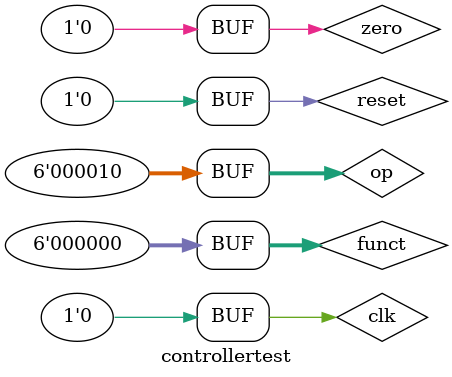
<source format=sv>
module controllertest();
  logic       clk, reset;
  logic [5:0] op, funct;
  logic       zero;
  logic       pcen, memwrite, irwrite, regwrite;
  logic       alusrca, iord, memtoreg, regdst;
  logic [1:0] alusrcb, pcsrc;
  logic [2:0] alucontrol;

  // instantiate device to be tested
  controller dut(clk, reset, op, funct, zero, pcen, memwrite, irwrite, regwrite, alusrca, iord, memtoreg, regdst,alusrcb, pcsrc, alucontrol);
  initial begin
//add, sub, and, or, slt, lw, sw, beq, addi, and j
	clk=0; reset=0; op= 6'b000000 ; funct=6'b000000; zero = 0 ; #10;//init
	clk=1; reset=1; op= 6'b000000 ; funct=6'b000000; zero = 0 ; #10;//
	clk=0; reset=0; op= 6'b000000 ; funct=6'b100000; zero = 0 ; #10;//add
	clk=1; reset=0; op= 6'b000000 ; funct=6'b100000; zero = 0 ; #10;//add
	clk=0; reset=0; op= 6'b000000 ; funct=6'b100000; zero = 0 ; #10;//add
	clk=1; reset=0; op= 6'b000000 ; funct=6'b100000; zero = 0 ; #10;//add
	clk=0; reset=0; op= 6'b000000 ; funct=6'b100000; zero = 0 ; #10;//add
	clk=1; reset=0; op= 6'b000000 ; funct=6'b100000; zero = 0 ; #10;//add
	
	clk=0; reset=0; op= 6'b000000 ; funct=6'b100010; zero = 0 ; #10;//sub
	clk=1; reset=0; op= 6'b000000 ; funct=6'b100010; zero = 0 ; #10;//sub
	clk=0; reset=0; op= 6'b000000 ; funct=6'b100010; zero = 0 ; #10;//sub
	clk=1; reset=0; op= 6'b000000 ; funct=6'b100010; zero = 0 ; #10;//sub
	clk=0; reset=0; op= 6'b000000 ; funct=6'b100010; zero = 0 ; #10;//sub
	clk=1; reset=0; op= 6'b000000 ; funct=6'b100010; zero = 0 ; #10;//sub
	clk=0; reset=0; op= 6'b000000 ; funct=6'b100010; zero = 0 ; #10;//sub
	clk=1; reset=0; op= 6'b000000 ; funct=6'b100010; zero = 0 ; #10;//sub

	clk=0; reset=0; op= 6'b000000 ; funct=6'b100100; zero = 0 ; #10;//and
	clk=1; reset=0; op= 6'b000000 ; funct=6'b100100; zero = 0 ; #10;//and
	clk=0; reset=0; op= 6'b000000 ; funct=6'b100100; zero = 0 ; #10;//and
	clk=1; reset=0; op= 6'b000000 ; funct=6'b100100; zero = 0 ; #10;//and
	clk=0; reset=0; op= 6'b000000 ; funct=6'b100100; zero = 0 ; #10;//and
	clk=1; reset=0; op= 6'b000000 ; funct=6'b100100; zero = 0 ; #10;//and
	clk=0; reset=0; op= 6'b000000 ; funct=6'b100100; zero = 0 ; #10;//and
	clk=1; reset=0; op= 6'b000000 ; funct=6'b100100; zero = 0 ; #10;//and

	clk=0; reset=0; op= 6'b000000 ; funct=6'b100101; zero = 0 ; #10;//or
	clk=1; reset=0; op= 6'b000000 ; funct=6'b100101; zero = 0 ; #10;//or
	clk=0; reset=0; op= 6'b000000 ; funct=6'b100101; zero = 0 ; #10;//or
	clk=1; reset=0; op= 6'b000000 ; funct=6'b100101; zero = 0 ; #10;//or
	clk=0; reset=0; op= 6'b000000 ; funct=6'b100101; zero = 0 ; #10;//or
	clk=1; reset=0; op= 6'b000000 ; funct=6'b100101; zero = 0 ; #10;//or
	clk=0; reset=0; op= 6'b000000 ; funct=6'b100101; zero = 0 ; #10;//or
	clk=1; reset=0; op= 6'b000000 ; funct=6'b100101; zero = 0 ; #10;//or

	clk=0; reset=0; op= 6'b000000 ; funct=6'b101010; zero = 0 ; #10;//slt
	clk=1; reset=0; op= 6'b000000 ; funct=6'b101010; zero = 0 ; #10;//slt
	clk=0; reset=0; op= 6'b000000 ; funct=6'b101010; zero = 0 ; #10;//slt
	clk=1; reset=0; op= 6'b000000 ; funct=6'b101010; zero = 0 ; #10;//slt
	clk=0; reset=0; op= 6'b000000 ; funct=6'b101010; zero = 0 ; #10;//slt
	clk=1; reset=0; op= 6'b000000 ; funct=6'b101010; zero = 0 ; #10;//slt
	clk=0; reset=0; op= 6'b000000 ; funct=6'b101010; zero = 0 ; #10;//slt
	clk=1; reset=0; op= 6'b000000 ; funct=6'b101010; zero = 0 ; #10;//slt

	clk=0; reset=0; op= 6'b100011 ; funct=6'b110000; zero = 0 ; #10;//lw
	clk=1; reset=0; op= 6'b100011 ; funct=6'b110000; zero = 0 ; #10;//lw
	clk=0; reset=0; op= 6'b100011 ; funct=6'b110000; zero = 0 ; #10;//lw
	clk=1; reset=0; op= 6'b100011 ; funct=6'b110000; zero = 0 ; #10;//lw
	clk=0; reset=0; op= 6'b100011 ; funct=6'b110000; zero = 0 ; #10;//lw
	clk=1; reset=0; op= 6'b100011 ; funct=6'b110000; zero = 0 ; #10;//lw
	clk=0; reset=0; op= 6'b100011 ; funct=6'b110000; zero = 0 ; #10;//lw
	clk=1; reset=0; op= 6'b100011 ; funct=6'b110000; zero = 0 ; #10;//lw
	clk=0; reset=0; op= 6'b100011 ; funct=6'b110000; zero = 0 ; #10;//lw
	clk=1; reset=0; op= 6'b100011 ; funct=6'b110000; zero = 0 ; #10;//lw

	clk=0; reset=0; op= 6'b101011 ; funct=6'b000100; zero = 0 ; #10;//sw
	clk=1; reset=0; op= 6'b101011 ; funct=6'b000100; zero = 0 ; #10;//sw
	clk=0; reset=0; op= 6'b101011 ; funct=6'b000100; zero = 0 ; #10;//sw
	clk=1; reset=0; op= 6'b101011 ; funct=6'b000100; zero = 0 ; #10;//sw
	clk=0; reset=0; op= 6'b101011 ; funct=6'b000100; zero = 0 ; #10;//sw
	clk=1; reset=0; op= 6'b101011 ; funct=6'b000100; zero = 0 ; #10;//sw
	clk=0; reset=0; op= 6'b101011 ; funct=6'b000100; zero = 0 ; #10;//sw
	clk=1; reset=0; op= 6'b101011 ; funct=6'b000100; zero = 0 ; #10;//sw

	clk=0; reset=0; op= 6'b000100 ; funct=6'b001010; zero = 0 ; #10;//beq
	clk=1; reset=0; op= 6'b000100 ; funct=6'b001010; zero = 0 ; #10;//beq
	clk=0; reset=0; op= 6'b000100 ; funct=6'b001010; zero = 0 ; #10;//beq
	clk=1; reset=0; op= 6'b000100 ; funct=6'b001010; zero = 0 ; #10;//beq
	clk=0; reset=0; op= 6'b000100 ; funct=6'b001010; zero = 0 ; #10;//beq
	clk=1; reset=0; op= 6'b000100 ; funct=6'b001010; zero = 0 ; #10;//beq

	clk=0; reset=0; op= 6'b001000 ; funct=6'b000000; zero = 0 ; #10;//addi
	clk=1; reset=0; op= 6'b001000 ; funct=6'b000000; zero = 0 ; #10;//addi
	clk=0; reset=0; op= 6'b001000 ; funct=6'b000000; zero = 0 ; #10;//addi
	clk=1; reset=0; op= 6'b001000 ; funct=6'b000000; zero = 0 ; #10;//addi
	clk=0; reset=0; op= 6'b001000 ; funct=6'b000000; zero = 0 ; #10;//addi
	clk=1; reset=0; op= 6'b001000 ; funct=6'b000000; zero = 0 ; #10;//addi
	clk=0; reset=0; op= 6'b001000 ; funct=6'b000000; zero = 0 ; #10;//addi
	clk=1; reset=0; op= 6'b001000 ; funct=6'b000000; zero = 0 ; #10;//addi
	
	clk=0; reset=0; op= 6'b000010 ; funct=6'b000000; zero = 0 ; #10;//j
	clk=1; reset=0; op= 6'b000010 ; funct=6'b000000; zero = 0 ; #10;//j
	clk=0; reset=0; op= 6'b000010 ; funct=6'b000000; zero = 0 ; #10;//j
	clk=1; reset=0; op= 6'b000010 ; funct=6'b000000; zero = 0 ; #10;//j
	clk=0; reset=0; op= 6'b000010 ; funct=6'b000000; zero = 0 ; #10;//j
	clk=1; reset=0; op= 6'b000010 ; funct=6'b000000; zero = 0 ; #10;//j
	clk=0; reset=0; op= 6'b000010 ; funct=6'b000000; zero = 0 ; #10;//j
  end
endmodule

</source>
